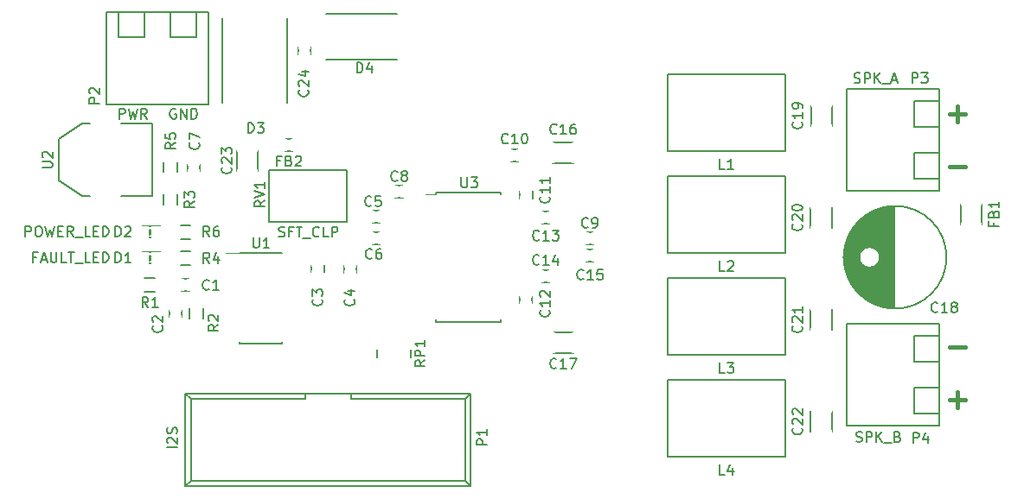
<source format=gto>
G04 #@! TF.FileFunction,Legend,Top*
%FSLAX46Y46*%
G04 Gerber Fmt 4.6, Leading zero omitted, Abs format (unit mm)*
G04 Created by KiCad (PCBNEW 4.0.2-stable) date 19.06.2016 23:35:54*
%MOMM*%
G01*
G04 APERTURE LIST*
%ADD10C,0.100000*%
%ADD11C,0.200000*%
%ADD12C,0.400000*%
%ADD13C,0.150000*%
%ADD14R,2.432000X4.057600*%
%ADD15R,2.432000X1.416000*%
%ADD16C,1.800000*%
%ADD17R,1.200000X1.150000*%
%ADD18R,1.700000X1.700000*%
%ADD19C,1.700000*%
%ADD20R,2.127200X2.127200*%
%ADD21O,2.127200X2.127200*%
%ADD22R,1.400000X2.000000*%
%ADD23R,1.300000X0.900000*%
%ADD24R,1.900000X1.000000*%
%ADD25R,1.150000X1.200000*%
%ADD26R,2.000000X1.400000*%
%ADD27R,1.197560X1.197560*%
%ADD28R,0.900000X1.300000*%
%ADD29C,2.800000*%
%ADD30C,1.600000*%
%ADD31R,0.800000X1.300000*%
%ADD32R,3.600000X3.000000*%
%ADD33C,6.800000*%
%ADD34R,1.400000X0.685000*%
%ADD35R,4.000000X6.800000*%
%ADD36R,5.260000X3.760000*%
%ADD37R,1.800000X1.790000*%
G04 APERTURE END LIST*
D10*
D11*
X116078096Y-60460000D02*
X115982858Y-60412381D01*
X115840001Y-60412381D01*
X115697143Y-60460000D01*
X115601905Y-60555238D01*
X115554286Y-60650476D01*
X115506667Y-60840952D01*
X115506667Y-60983810D01*
X115554286Y-61174286D01*
X115601905Y-61269524D01*
X115697143Y-61364762D01*
X115840001Y-61412381D01*
X115935239Y-61412381D01*
X116078096Y-61364762D01*
X116125715Y-61317143D01*
X116125715Y-60983810D01*
X115935239Y-60983810D01*
X116554286Y-61412381D02*
X116554286Y-60412381D01*
X117125715Y-61412381D01*
X117125715Y-60412381D01*
X117601905Y-61412381D02*
X117601905Y-60412381D01*
X117840000Y-60412381D01*
X117982858Y-60460000D01*
X118078096Y-60555238D01*
X118125715Y-60650476D01*
X118173334Y-60840952D01*
X118173334Y-60983810D01*
X118125715Y-61174286D01*
X118078096Y-61269524D01*
X117982858Y-61364762D01*
X117840000Y-61412381D01*
X117601905Y-61412381D01*
X116212881Y-93662381D02*
X115212881Y-93662381D01*
X115308119Y-93233810D02*
X115260500Y-93186191D01*
X115212881Y-93090953D01*
X115212881Y-92852857D01*
X115260500Y-92757619D01*
X115308119Y-92710000D01*
X115403357Y-92662381D01*
X115498595Y-92662381D01*
X115641452Y-92710000D01*
X116212881Y-93281429D01*
X116212881Y-92662381D01*
X116165262Y-92281429D02*
X116212881Y-92138572D01*
X116212881Y-91900476D01*
X116165262Y-91805238D01*
X116117643Y-91757619D01*
X116022405Y-91710000D01*
X115927167Y-91710000D01*
X115831929Y-91757619D01*
X115784310Y-91805238D01*
X115736690Y-91900476D01*
X115689071Y-92090953D01*
X115641452Y-92186191D01*
X115593833Y-92233810D01*
X115498595Y-92281429D01*
X115403357Y-92281429D01*
X115308119Y-92233810D01*
X115260500Y-92186191D01*
X115212881Y-92090953D01*
X115212881Y-91852857D01*
X115260500Y-91710000D01*
X126169047Y-72954762D02*
X126311904Y-73002381D01*
X126550000Y-73002381D01*
X126645238Y-72954762D01*
X126692857Y-72907143D01*
X126740476Y-72811905D01*
X126740476Y-72716667D01*
X126692857Y-72621429D01*
X126645238Y-72573810D01*
X126550000Y-72526190D01*
X126359523Y-72478571D01*
X126264285Y-72430952D01*
X126216666Y-72383333D01*
X126169047Y-72288095D01*
X126169047Y-72192857D01*
X126216666Y-72097619D01*
X126264285Y-72050000D01*
X126359523Y-72002381D01*
X126597619Y-72002381D01*
X126740476Y-72050000D01*
X127502381Y-72478571D02*
X127169047Y-72478571D01*
X127169047Y-73002381D02*
X127169047Y-72002381D01*
X127645238Y-72002381D01*
X127883333Y-72002381D02*
X128454762Y-72002381D01*
X128169047Y-73002381D02*
X128169047Y-72002381D01*
X128550000Y-73097619D02*
X129311905Y-73097619D01*
X130121429Y-72907143D02*
X130073810Y-72954762D01*
X129930953Y-73002381D01*
X129835715Y-73002381D01*
X129692857Y-72954762D01*
X129597619Y-72859524D01*
X129550000Y-72764286D01*
X129502381Y-72573810D01*
X129502381Y-72430952D01*
X129550000Y-72240476D01*
X129597619Y-72145238D01*
X129692857Y-72050000D01*
X129835715Y-72002381D01*
X129930953Y-72002381D01*
X130073810Y-72050000D01*
X130121429Y-72097619D01*
X131026191Y-73002381D02*
X130550000Y-73002381D01*
X130550000Y-72002381D01*
X131359524Y-73002381D02*
X131359524Y-72002381D01*
X131740477Y-72002381D01*
X131835715Y-72050000D01*
X131883334Y-72097619D01*
X131930953Y-72192857D01*
X131930953Y-72335714D01*
X131883334Y-72430952D01*
X131835715Y-72478571D01*
X131740477Y-72526190D01*
X131359524Y-72526190D01*
X182681833Y-93051262D02*
X182824690Y-93098881D01*
X183062786Y-93098881D01*
X183158024Y-93051262D01*
X183205643Y-93003643D01*
X183253262Y-92908405D01*
X183253262Y-92813167D01*
X183205643Y-92717929D01*
X183158024Y-92670310D01*
X183062786Y-92622690D01*
X182872309Y-92575071D01*
X182777071Y-92527452D01*
X182729452Y-92479833D01*
X182681833Y-92384595D01*
X182681833Y-92289357D01*
X182729452Y-92194119D01*
X182777071Y-92146500D01*
X182872309Y-92098881D01*
X183110405Y-92098881D01*
X183253262Y-92146500D01*
X183681833Y-93098881D02*
X183681833Y-92098881D01*
X184062786Y-92098881D01*
X184158024Y-92146500D01*
X184205643Y-92194119D01*
X184253262Y-92289357D01*
X184253262Y-92432214D01*
X184205643Y-92527452D01*
X184158024Y-92575071D01*
X184062786Y-92622690D01*
X183681833Y-92622690D01*
X184681833Y-93098881D02*
X184681833Y-92098881D01*
X185253262Y-93098881D02*
X184824690Y-92527452D01*
X185253262Y-92098881D02*
X184681833Y-92670310D01*
X185443738Y-93194119D02*
X186205643Y-93194119D01*
X186777072Y-92575071D02*
X186919929Y-92622690D01*
X186967548Y-92670310D01*
X187015167Y-92765548D01*
X187015167Y-92908405D01*
X186967548Y-93003643D01*
X186919929Y-93051262D01*
X186824691Y-93098881D01*
X186443738Y-93098881D01*
X186443738Y-92098881D01*
X186777072Y-92098881D01*
X186872310Y-92146500D01*
X186919929Y-92194119D01*
X186967548Y-92289357D01*
X186967548Y-92384595D01*
X186919929Y-92479833D01*
X186872310Y-92527452D01*
X186777072Y-92575071D01*
X186443738Y-92575071D01*
D12*
X191833595Y-66119357D02*
X193357405Y-66119357D01*
X191833595Y-83835857D02*
X193357405Y-83835857D01*
X191833595Y-88979357D02*
X193357405Y-88979357D01*
X192595500Y-89741262D02*
X192595500Y-88217452D01*
X191833595Y-60912357D02*
X193357405Y-60912357D01*
X192595500Y-61674262D02*
X192595500Y-60150452D01*
D11*
X182499262Y-57872262D02*
X182642119Y-57919881D01*
X182880215Y-57919881D01*
X182975453Y-57872262D01*
X183023072Y-57824643D01*
X183070691Y-57729405D01*
X183070691Y-57634167D01*
X183023072Y-57538929D01*
X182975453Y-57491310D01*
X182880215Y-57443690D01*
X182689738Y-57396071D01*
X182594500Y-57348452D01*
X182546881Y-57300833D01*
X182499262Y-57205595D01*
X182499262Y-57110357D01*
X182546881Y-57015119D01*
X182594500Y-56967500D01*
X182689738Y-56919881D01*
X182927834Y-56919881D01*
X183070691Y-56967500D01*
X183499262Y-57919881D02*
X183499262Y-56919881D01*
X183880215Y-56919881D01*
X183975453Y-56967500D01*
X184023072Y-57015119D01*
X184070691Y-57110357D01*
X184070691Y-57253214D01*
X184023072Y-57348452D01*
X183975453Y-57396071D01*
X183880215Y-57443690D01*
X183499262Y-57443690D01*
X184499262Y-57919881D02*
X184499262Y-56919881D01*
X185070691Y-57919881D02*
X184642119Y-57348452D01*
X185070691Y-56919881D02*
X184499262Y-57491310D01*
X185261167Y-58015119D02*
X186023072Y-58015119D01*
X186213548Y-57634167D02*
X186689739Y-57634167D01*
X186118310Y-57919881D02*
X186451643Y-56919881D01*
X186784977Y-57919881D01*
X110553667Y-61412381D02*
X110553667Y-60412381D01*
X110934620Y-60412381D01*
X111029858Y-60460000D01*
X111077477Y-60507619D01*
X111125096Y-60602857D01*
X111125096Y-60745714D01*
X111077477Y-60840952D01*
X111029858Y-60888571D01*
X110934620Y-60936190D01*
X110553667Y-60936190D01*
X111458429Y-60412381D02*
X111696524Y-61412381D01*
X111887001Y-60698095D01*
X112077477Y-61412381D01*
X112315572Y-60412381D01*
X113267953Y-61412381D02*
X112934619Y-60936190D01*
X112696524Y-61412381D02*
X112696524Y-60412381D01*
X113077477Y-60412381D01*
X113172715Y-60460000D01*
X113220334Y-60507619D01*
X113267953Y-60602857D01*
X113267953Y-60745714D01*
X113220334Y-60840952D01*
X113172715Y-60888571D01*
X113077477Y-60936190D01*
X112696524Y-60936190D01*
X101362381Y-72969381D02*
X101362381Y-71969381D01*
X101743334Y-71969381D01*
X101838572Y-72017000D01*
X101886191Y-72064619D01*
X101933810Y-72159857D01*
X101933810Y-72302714D01*
X101886191Y-72397952D01*
X101838572Y-72445571D01*
X101743334Y-72493190D01*
X101362381Y-72493190D01*
X102552857Y-71969381D02*
X102743334Y-71969381D01*
X102838572Y-72017000D01*
X102933810Y-72112238D01*
X102981429Y-72302714D01*
X102981429Y-72636048D01*
X102933810Y-72826524D01*
X102838572Y-72921762D01*
X102743334Y-72969381D01*
X102552857Y-72969381D01*
X102457619Y-72921762D01*
X102362381Y-72826524D01*
X102314762Y-72636048D01*
X102314762Y-72302714D01*
X102362381Y-72112238D01*
X102457619Y-72017000D01*
X102552857Y-71969381D01*
X103314762Y-71969381D02*
X103552857Y-72969381D01*
X103743334Y-72255095D01*
X103933810Y-72969381D01*
X104171905Y-71969381D01*
X104552857Y-72445571D02*
X104886191Y-72445571D01*
X105029048Y-72969381D02*
X104552857Y-72969381D01*
X104552857Y-71969381D01*
X105029048Y-71969381D01*
X106029048Y-72969381D02*
X105695714Y-72493190D01*
X105457619Y-72969381D02*
X105457619Y-71969381D01*
X105838572Y-71969381D01*
X105933810Y-72017000D01*
X105981429Y-72064619D01*
X106029048Y-72159857D01*
X106029048Y-72302714D01*
X105981429Y-72397952D01*
X105933810Y-72445571D01*
X105838572Y-72493190D01*
X105457619Y-72493190D01*
X106219524Y-73064619D02*
X106981429Y-73064619D01*
X107695715Y-72969381D02*
X107219524Y-72969381D01*
X107219524Y-71969381D01*
X108029048Y-72445571D02*
X108362382Y-72445571D01*
X108505239Y-72969381D02*
X108029048Y-72969381D01*
X108029048Y-71969381D01*
X108505239Y-71969381D01*
X108933810Y-72969381D02*
X108933810Y-71969381D01*
X109171905Y-71969381D01*
X109314763Y-72017000D01*
X109410001Y-72112238D01*
X109457620Y-72207476D01*
X109505239Y-72397952D01*
X109505239Y-72540810D01*
X109457620Y-72731286D01*
X109410001Y-72826524D01*
X109314763Y-72921762D01*
X109171905Y-72969381D01*
X108933810Y-72969381D01*
X102457667Y-74985571D02*
X102124333Y-74985571D01*
X102124333Y-75509381D02*
X102124333Y-74509381D01*
X102600524Y-74509381D01*
X102933857Y-75223667D02*
X103410048Y-75223667D01*
X102838619Y-75509381D02*
X103171952Y-74509381D01*
X103505286Y-75509381D01*
X103838619Y-74509381D02*
X103838619Y-75318905D01*
X103886238Y-75414143D01*
X103933857Y-75461762D01*
X104029095Y-75509381D01*
X104219572Y-75509381D01*
X104314810Y-75461762D01*
X104362429Y-75414143D01*
X104410048Y-75318905D01*
X104410048Y-74509381D01*
X105362429Y-75509381D02*
X104886238Y-75509381D01*
X104886238Y-74509381D01*
X105552905Y-74509381D02*
X106124334Y-74509381D01*
X105838619Y-75509381D02*
X105838619Y-74509381D01*
X106219572Y-75604619D02*
X106981477Y-75604619D01*
X107695763Y-75509381D02*
X107219572Y-75509381D01*
X107219572Y-74509381D01*
X108029096Y-74985571D02*
X108362430Y-74985571D01*
X108505287Y-75509381D02*
X108029096Y-75509381D01*
X108029096Y-74509381D01*
X108505287Y-74509381D01*
X108933858Y-75509381D02*
X108933858Y-74509381D01*
X109171953Y-74509381D01*
X109314811Y-74557000D01*
X109410049Y-74652238D01*
X109457668Y-74747476D01*
X109505287Y-74937952D01*
X109505287Y-75080810D01*
X109457668Y-75271286D01*
X109410049Y-75366524D01*
X109314811Y-75461762D01*
X109171953Y-75509381D01*
X108933858Y-75509381D01*
D13*
X110744000Y-68961000D02*
X113792000Y-68961000D01*
X113792000Y-68961000D02*
X113792000Y-61849000D01*
X113792000Y-61849000D02*
X110744000Y-61849000D01*
X107696000Y-68961000D02*
X106934000Y-68961000D01*
X106934000Y-68961000D02*
X104648000Y-67437000D01*
X104648000Y-67437000D02*
X104648000Y-63373000D01*
X104648000Y-63373000D02*
X106934000Y-61849000D01*
X106934000Y-61849000D02*
X107696000Y-61849000D01*
X164250000Y-87050000D02*
X164250000Y-94550000D01*
X175750000Y-87050000D02*
X175750000Y-94550000D01*
X164250000Y-87050000D02*
X175750000Y-87050000D01*
X164250000Y-94550000D02*
X175750000Y-94550000D01*
X148913800Y-64398600D02*
X149613800Y-64398600D01*
X149613800Y-65598600D02*
X148913800Y-65598600D01*
X186425000Y-79999000D02*
X186425000Y-70001000D01*
X186285000Y-79995000D02*
X186285000Y-70005000D01*
X186145000Y-79987000D02*
X186145000Y-70013000D01*
X186005000Y-79975000D02*
X186005000Y-70025000D01*
X185865000Y-79960000D02*
X185865000Y-70040000D01*
X185725000Y-79940000D02*
X185725000Y-70060000D01*
X185585000Y-79916000D02*
X185585000Y-70084000D01*
X185445000Y-79887000D02*
X185445000Y-70113000D01*
X185305000Y-79855000D02*
X185305000Y-70145000D01*
X185165000Y-79818000D02*
X185165000Y-70182000D01*
X185025000Y-79777000D02*
X185025000Y-70223000D01*
X184885000Y-79732000D02*
X184885000Y-75466000D01*
X184885000Y-74534000D02*
X184885000Y-70268000D01*
X184745000Y-79682000D02*
X184745000Y-75667000D01*
X184745000Y-74333000D02*
X184745000Y-70318000D01*
X184605000Y-79627000D02*
X184605000Y-75796000D01*
X184605000Y-74204000D02*
X184605000Y-70373000D01*
X184465000Y-79567000D02*
X184465000Y-75885000D01*
X184465000Y-74115000D02*
X184465000Y-70433000D01*
X184325000Y-79502000D02*
X184325000Y-75946000D01*
X184325000Y-74054000D02*
X184325000Y-70498000D01*
X184185000Y-79432000D02*
X184185000Y-75983000D01*
X184185000Y-74017000D02*
X184185000Y-70568000D01*
X184045000Y-79356000D02*
X184045000Y-75999000D01*
X184045000Y-74001000D02*
X184045000Y-70644000D01*
X183905000Y-79274000D02*
X183905000Y-75995000D01*
X183905000Y-74005000D02*
X183905000Y-70726000D01*
X183765000Y-79186000D02*
X183765000Y-75972000D01*
X183765000Y-74028000D02*
X183765000Y-70814000D01*
X183625000Y-79091000D02*
X183625000Y-75927000D01*
X183625000Y-74073000D02*
X183625000Y-70909000D01*
X183485000Y-78989000D02*
X183485000Y-75857000D01*
X183485000Y-74143000D02*
X183485000Y-71011000D01*
X183345000Y-78879000D02*
X183345000Y-75756000D01*
X183345000Y-74244000D02*
X183345000Y-71121000D01*
X183205000Y-78761000D02*
X183205000Y-75607000D01*
X183205000Y-74393000D02*
X183205000Y-71239000D01*
X183065000Y-78633000D02*
X183065000Y-75355000D01*
X183065000Y-74645000D02*
X183065000Y-71367000D01*
X182925000Y-78496000D02*
X182925000Y-71504000D01*
X182785000Y-78346000D02*
X182785000Y-71654000D01*
X182645000Y-78184000D02*
X182645000Y-71816000D01*
X182505000Y-78007000D02*
X182505000Y-71993000D01*
X182365000Y-77811000D02*
X182365000Y-72189000D01*
X182225000Y-77593000D02*
X182225000Y-72407000D01*
X182085000Y-77347000D02*
X182085000Y-72653000D01*
X181945000Y-77062000D02*
X181945000Y-72938000D01*
X181805000Y-76720000D02*
X181805000Y-73280000D01*
X181665000Y-76274000D02*
X181665000Y-73726000D01*
X181525000Y-75499000D02*
X181525000Y-74501000D01*
X185000000Y-75000000D02*
G75*
G03X185000000Y-75000000I-1000000J0D01*
G01*
X191537500Y-75000000D02*
G75*
G03X191537500Y-75000000I-5037500J0D01*
G01*
X144954000Y-97463200D02*
X117014000Y-97463200D01*
X144414000Y-96913200D02*
X117574000Y-96913200D01*
X144954000Y-88363200D02*
X117014000Y-88363200D01*
X144414000Y-88913200D02*
X133234000Y-88913200D01*
X128734000Y-88913200D02*
X117574000Y-88913200D01*
X133234000Y-88913200D02*
X133234000Y-88363200D01*
X128734000Y-88913200D02*
X128734000Y-88363200D01*
X144954000Y-97463200D02*
X144954000Y-88363200D01*
X144414000Y-96913200D02*
X144414000Y-88913200D01*
X117014000Y-97463200D02*
X117014000Y-88363200D01*
X117574000Y-96913200D02*
X117574000Y-88913200D01*
X144954000Y-97463200D02*
X144414000Y-96913200D01*
X117014000Y-97463200D02*
X117574000Y-96913200D01*
X144954000Y-88363200D02*
X144414000Y-88913200D01*
X117014000Y-88363200D02*
X117574000Y-88913200D01*
X155006560Y-63745000D02*
X153006560Y-63745000D01*
X153006560Y-65795000D02*
X155006560Y-65795000D01*
X117435000Y-81018000D02*
X117435000Y-80018000D01*
X118785000Y-80018000D02*
X118785000Y-81018000D01*
X122348200Y-74544000D02*
X122348200Y-74659000D01*
X126498200Y-74544000D02*
X126498200Y-74659000D01*
X126498200Y-83444000D02*
X126498200Y-83329000D01*
X122348200Y-83444000D02*
X122348200Y-83329000D01*
X122348200Y-74544000D02*
X126498200Y-74544000D01*
X122348200Y-83444000D02*
X126498200Y-83444000D01*
X122348200Y-74659000D02*
X120973200Y-74659000D01*
X116692738Y-77124000D02*
X117392738Y-77124000D01*
X117392738Y-78324000D02*
X116692738Y-78324000D01*
X115478000Y-80868000D02*
X115478000Y-80168000D01*
X116678000Y-80168000D02*
X116678000Y-80868000D01*
X133759500Y-75786500D02*
X133759500Y-76486500D01*
X132559500Y-76486500D02*
X132559500Y-75786500D01*
X135333000Y-70393000D02*
X136033000Y-70393000D01*
X136033000Y-71593000D02*
X135333000Y-71593000D01*
X135333000Y-72552000D02*
X136033000Y-72552000D01*
X136033000Y-73752000D02*
X135333000Y-73752000D01*
X137598680Y-67959680D02*
X138298680Y-67959680D01*
X138298680Y-69159680D02*
X137598680Y-69159680D01*
X156997460Y-73749460D02*
X156297460Y-73749460D01*
X156297460Y-72549460D02*
X156997460Y-72549460D01*
X149789600Y-69205020D02*
X149789600Y-68505020D01*
X150989600Y-68505020D02*
X150989600Y-69205020D01*
X150961660Y-78792020D02*
X150961660Y-79492020D01*
X149761660Y-79492020D02*
X149761660Y-78792020D01*
X152645300Y-71717460D02*
X151945300Y-71717460D01*
X151945300Y-70517460D02*
X152645300Y-70517460D01*
X152642760Y-77468020D02*
X151942760Y-77468020D01*
X151942760Y-76268020D02*
X152642760Y-76268020D01*
X156990540Y-75448720D02*
X156290540Y-75448720D01*
X156290540Y-74248720D02*
X156990540Y-74248720D01*
X155030560Y-82342880D02*
X153030560Y-82342880D01*
X153030560Y-84392880D02*
X155030560Y-84392880D01*
X178262180Y-60100000D02*
X178262180Y-62100000D01*
X180312180Y-62100000D02*
X180312180Y-60100000D01*
X178239320Y-70100000D02*
X178239320Y-72100000D01*
X180289320Y-72100000D02*
X180289320Y-70100000D01*
X178239320Y-80100000D02*
X178239320Y-82100000D01*
X180289320Y-82100000D02*
X180289320Y-80100000D01*
X178246940Y-90100000D02*
X178246940Y-92100000D01*
X180296940Y-92100000D02*
X180296940Y-90100000D01*
X114653000Y-74507000D02*
X112753000Y-74507000D01*
X114653000Y-75607000D02*
X112753000Y-75607000D01*
X113753000Y-75057000D02*
X113303000Y-75057000D01*
X113803000Y-75307000D02*
X113803000Y-74807000D01*
X113803000Y-75057000D02*
X113553000Y-75307000D01*
X113553000Y-75307000D02*
X113553000Y-74807000D01*
X113553000Y-74807000D02*
X113803000Y-75057000D01*
X114653000Y-71961250D02*
X112753000Y-71961250D01*
X114653000Y-73061250D02*
X112753000Y-73061250D01*
X113753000Y-72511250D02*
X113303000Y-72511250D01*
X113803000Y-72761250D02*
X113803000Y-72261250D01*
X113803000Y-72511250D02*
X113553000Y-72761250D01*
X113553000Y-72761250D02*
X113553000Y-72261250D01*
X113553000Y-72261250D02*
X113803000Y-72511250D01*
X114053000Y-78399000D02*
X113053000Y-78399000D01*
X113053000Y-77049000D02*
X114053000Y-77049000D01*
X117542738Y-75726250D02*
X116542738Y-75726250D01*
X116542738Y-74376250D02*
X117542738Y-74376250D01*
X116245000Y-65655000D02*
X116245000Y-66655000D01*
X114895000Y-66655000D02*
X114895000Y-65655000D01*
X117542738Y-73186250D02*
X116542738Y-73186250D01*
X116542738Y-71836250D02*
X117542738Y-71836250D01*
X114895000Y-69842000D02*
X114895000Y-68842000D01*
X116245000Y-68842000D02*
X116245000Y-69842000D01*
X130584500Y-75777040D02*
X130584500Y-76477040D01*
X129384500Y-76477040D02*
X129384500Y-75777040D01*
X164250000Y-57050000D02*
X164250000Y-64550000D01*
X175750000Y-57050000D02*
X175750000Y-64550000D01*
X164250000Y-57050000D02*
X175750000Y-57050000D01*
X164250000Y-64550000D02*
X175750000Y-64550000D01*
X164250000Y-67050000D02*
X164250000Y-74550000D01*
X175750000Y-67050000D02*
X175750000Y-74550000D01*
X164250000Y-67050000D02*
X175750000Y-67050000D01*
X164250000Y-74550000D02*
X175750000Y-74550000D01*
X164250000Y-77050000D02*
X164250000Y-84550000D01*
X175750000Y-77050000D02*
X175750000Y-84550000D01*
X164250000Y-77050000D02*
X175750000Y-77050000D01*
X164250000Y-84550000D02*
X175750000Y-84550000D01*
X118110000Y-53433980D02*
X118110000Y-50973980D01*
X115570000Y-53433980D02*
X118110000Y-53433980D01*
X115570000Y-50973980D02*
X115570000Y-53433980D01*
X113030000Y-53433980D02*
X113030000Y-50973980D01*
X110490000Y-53433980D02*
X113030000Y-53433980D01*
X110490000Y-50973980D02*
X110490000Y-53433980D01*
X109300000Y-50973980D02*
X109300000Y-59973980D01*
X119300000Y-50973980D02*
X119300000Y-59973980D01*
X109300000Y-59973980D02*
X119300000Y-59973980D01*
X109300000Y-50973980D02*
X119300000Y-50973980D01*
X188341000Y-67310000D02*
X190801000Y-67310000D01*
X188341000Y-64770000D02*
X188341000Y-67310000D01*
X190801000Y-64770000D02*
X188341000Y-64770000D01*
X188341000Y-62230000D02*
X190801000Y-62230000D01*
X188341000Y-59690000D02*
X188341000Y-62230000D01*
X190801000Y-59690000D02*
X188341000Y-59690000D01*
X190801000Y-58500000D02*
X181801000Y-58500000D01*
X190801000Y-68500000D02*
X181801000Y-68500000D01*
X181801000Y-58500000D02*
X181801000Y-68500000D01*
X190801000Y-58500000D02*
X190801000Y-68500000D01*
X188341000Y-90297000D02*
X190801000Y-90297000D01*
X188341000Y-87757000D02*
X188341000Y-90297000D01*
X190801000Y-87757000D02*
X188341000Y-87757000D01*
X188341000Y-85217000D02*
X190801000Y-85217000D01*
X188341000Y-82677000D02*
X188341000Y-85217000D01*
X190801000Y-82677000D02*
X188341000Y-82677000D01*
X190801000Y-81487000D02*
X181801000Y-81487000D01*
X190801000Y-91487000D02*
X181801000Y-91487000D01*
X181801000Y-81487000D02*
X181801000Y-91487000D01*
X190801000Y-81487000D02*
X190801000Y-91487000D01*
X118456000Y-65817000D02*
X118456000Y-66517000D01*
X117256000Y-66517000D02*
X117256000Y-65817000D01*
X124088000Y-66508000D02*
X124088000Y-64508000D01*
X122038000Y-64508000D02*
X122038000Y-66508000D01*
X125222000Y-66421000D02*
X132842000Y-66421000D01*
X125222000Y-71501000D02*
X125222000Y-66421000D01*
X132842000Y-71501000D02*
X125222000Y-71501000D01*
X132842000Y-66421000D02*
X132842000Y-71501000D01*
X135801700Y-84842300D02*
X135801700Y-84042300D01*
X139051700Y-84842300D02*
X139051700Y-84042300D01*
X194954000Y-71763000D02*
X194954000Y-69763000D01*
X192904000Y-69763000D02*
X192904000Y-71763000D01*
X127477000Y-64608000D02*
X126777000Y-64608000D01*
X126777000Y-63408000D02*
X127477000Y-63408000D01*
X129251000Y-54375000D02*
X129251000Y-55075000D01*
X128051000Y-55075000D02*
X128051000Y-54375000D01*
X120625000Y-59805000D02*
X120625000Y-51505000D01*
X127025000Y-51505000D02*
X127025000Y-59805000D01*
X141585000Y-68625000D02*
X141585000Y-68882500D01*
X147935000Y-68625000D02*
X147935000Y-68882500D01*
X147935000Y-81375000D02*
X147935000Y-81117500D01*
X141585000Y-81375000D02*
X141585000Y-81117500D01*
X141585000Y-68625000D02*
X147935000Y-68625000D01*
X141585000Y-81375000D02*
X147935000Y-81375000D01*
X141585000Y-68882500D02*
X140510000Y-68882500D01*
X130755000Y-55590000D02*
X137755000Y-55590000D01*
X130755000Y-51090000D02*
X137755000Y-51090000D01*
X103002381Y-66211905D02*
X103811905Y-66211905D01*
X103907143Y-66164286D01*
X103954762Y-66116667D01*
X104002381Y-66021429D01*
X104002381Y-65830952D01*
X103954762Y-65735714D01*
X103907143Y-65688095D01*
X103811905Y-65640476D01*
X103002381Y-65640476D01*
X103097619Y-65211905D02*
X103050000Y-65164286D01*
X103002381Y-65069048D01*
X103002381Y-64830952D01*
X103050000Y-64735714D01*
X103097619Y-64688095D01*
X103192857Y-64640476D01*
X103288095Y-64640476D01*
X103430952Y-64688095D01*
X104002381Y-65259524D01*
X104002381Y-64640476D01*
X169833334Y-96332381D02*
X169357143Y-96332381D01*
X169357143Y-95332381D01*
X170595239Y-95665714D02*
X170595239Y-96332381D01*
X170357143Y-95284762D02*
X170119048Y-95999048D01*
X170738096Y-95999048D01*
X148607143Y-63757143D02*
X148559524Y-63804762D01*
X148416667Y-63852381D01*
X148321429Y-63852381D01*
X148178571Y-63804762D01*
X148083333Y-63709524D01*
X148035714Y-63614286D01*
X147988095Y-63423810D01*
X147988095Y-63280952D01*
X148035714Y-63090476D01*
X148083333Y-62995238D01*
X148178571Y-62900000D01*
X148321429Y-62852381D01*
X148416667Y-62852381D01*
X148559524Y-62900000D01*
X148607143Y-62947619D01*
X149559524Y-63852381D02*
X148988095Y-63852381D01*
X149273809Y-63852381D02*
X149273809Y-62852381D01*
X149178571Y-62995238D01*
X149083333Y-63090476D01*
X148988095Y-63138095D01*
X150178571Y-62852381D02*
X150273810Y-62852381D01*
X150369048Y-62900000D01*
X150416667Y-62947619D01*
X150464286Y-63042857D01*
X150511905Y-63233333D01*
X150511905Y-63471429D01*
X150464286Y-63661905D01*
X150416667Y-63757143D01*
X150369048Y-63804762D01*
X150273810Y-63852381D01*
X150178571Y-63852381D01*
X150083333Y-63804762D01*
X150035714Y-63757143D01*
X149988095Y-63661905D01*
X149940476Y-63471429D01*
X149940476Y-63233333D01*
X149988095Y-63042857D01*
X150035714Y-62947619D01*
X150083333Y-62900000D01*
X150178571Y-62852381D01*
X190657143Y-80307143D02*
X190609524Y-80354762D01*
X190466667Y-80402381D01*
X190371429Y-80402381D01*
X190228571Y-80354762D01*
X190133333Y-80259524D01*
X190085714Y-80164286D01*
X190038095Y-79973810D01*
X190038095Y-79830952D01*
X190085714Y-79640476D01*
X190133333Y-79545238D01*
X190228571Y-79450000D01*
X190371429Y-79402381D01*
X190466667Y-79402381D01*
X190609524Y-79450000D01*
X190657143Y-79497619D01*
X191609524Y-80402381D02*
X191038095Y-80402381D01*
X191323809Y-80402381D02*
X191323809Y-79402381D01*
X191228571Y-79545238D01*
X191133333Y-79640476D01*
X191038095Y-79688095D01*
X192180952Y-79830952D02*
X192085714Y-79783333D01*
X192038095Y-79735714D01*
X191990476Y-79640476D01*
X191990476Y-79592857D01*
X192038095Y-79497619D01*
X192085714Y-79450000D01*
X192180952Y-79402381D01*
X192371429Y-79402381D01*
X192466667Y-79450000D01*
X192514286Y-79497619D01*
X192561905Y-79592857D01*
X192561905Y-79640476D01*
X192514286Y-79735714D01*
X192466667Y-79783333D01*
X192371429Y-79830952D01*
X192180952Y-79830952D01*
X192085714Y-79878571D01*
X192038095Y-79926190D01*
X191990476Y-80021429D01*
X191990476Y-80211905D01*
X192038095Y-80307143D01*
X192085714Y-80354762D01*
X192180952Y-80402381D01*
X192371429Y-80402381D01*
X192466667Y-80354762D01*
X192514286Y-80307143D01*
X192561905Y-80211905D01*
X192561905Y-80021429D01*
X192514286Y-79926190D01*
X192466667Y-79878571D01*
X192371429Y-79830952D01*
X146552381Y-93388095D02*
X145552381Y-93388095D01*
X145552381Y-93007142D01*
X145600000Y-92911904D01*
X145647619Y-92864285D01*
X145742857Y-92816666D01*
X145885714Y-92816666D01*
X145980952Y-92864285D01*
X146028571Y-92911904D01*
X146076190Y-93007142D01*
X146076190Y-93388095D01*
X146552381Y-91864285D02*
X146552381Y-92435714D01*
X146552381Y-92150000D02*
X145552381Y-92150000D01*
X145695238Y-92245238D01*
X145790476Y-92340476D01*
X145838095Y-92435714D01*
X153363703Y-62827143D02*
X153316084Y-62874762D01*
X153173227Y-62922381D01*
X153077989Y-62922381D01*
X152935131Y-62874762D01*
X152839893Y-62779524D01*
X152792274Y-62684286D01*
X152744655Y-62493810D01*
X152744655Y-62350952D01*
X152792274Y-62160476D01*
X152839893Y-62065238D01*
X152935131Y-61970000D01*
X153077989Y-61922381D01*
X153173227Y-61922381D01*
X153316084Y-61970000D01*
X153363703Y-62017619D01*
X154316084Y-62922381D02*
X153744655Y-62922381D01*
X154030369Y-62922381D02*
X154030369Y-61922381D01*
X153935131Y-62065238D01*
X153839893Y-62160476D01*
X153744655Y-62208095D01*
X155173227Y-61922381D02*
X154982750Y-61922381D01*
X154887512Y-61970000D01*
X154839893Y-62017619D01*
X154744655Y-62160476D01*
X154697036Y-62350952D01*
X154697036Y-62731905D01*
X154744655Y-62827143D01*
X154792274Y-62874762D01*
X154887512Y-62922381D01*
X155077989Y-62922381D01*
X155173227Y-62874762D01*
X155220846Y-62827143D01*
X155268465Y-62731905D01*
X155268465Y-62493810D01*
X155220846Y-62398571D01*
X155173227Y-62350952D01*
X155077989Y-62303333D01*
X154887512Y-62303333D01*
X154792274Y-62350952D01*
X154744655Y-62398571D01*
X154697036Y-62493810D01*
X120252381Y-81616666D02*
X119776190Y-81950000D01*
X120252381Y-82188095D02*
X119252381Y-82188095D01*
X119252381Y-81807142D01*
X119300000Y-81711904D01*
X119347619Y-81664285D01*
X119442857Y-81616666D01*
X119585714Y-81616666D01*
X119680952Y-81664285D01*
X119728571Y-81711904D01*
X119776190Y-81807142D01*
X119776190Y-82188095D01*
X119347619Y-81235714D02*
X119300000Y-81188095D01*
X119252381Y-81092857D01*
X119252381Y-80854761D01*
X119300000Y-80759523D01*
X119347619Y-80711904D01*
X119442857Y-80664285D01*
X119538095Y-80664285D01*
X119680952Y-80711904D01*
X120252381Y-81283333D01*
X120252381Y-80664285D01*
X123661295Y-73071381D02*
X123661295Y-73880905D01*
X123708914Y-73976143D01*
X123756533Y-74023762D01*
X123851771Y-74071381D01*
X124042248Y-74071381D01*
X124137486Y-74023762D01*
X124185105Y-73976143D01*
X124232724Y-73880905D01*
X124232724Y-73071381D01*
X125232724Y-74071381D02*
X124661295Y-74071381D01*
X124947009Y-74071381D02*
X124947009Y-73071381D01*
X124851771Y-73214238D01*
X124756533Y-73309476D01*
X124661295Y-73357095D01*
X119333334Y-78107143D02*
X119285715Y-78154762D01*
X119142858Y-78202381D01*
X119047620Y-78202381D01*
X118904762Y-78154762D01*
X118809524Y-78059524D01*
X118761905Y-77964286D01*
X118714286Y-77773810D01*
X118714286Y-77630952D01*
X118761905Y-77440476D01*
X118809524Y-77345238D01*
X118904762Y-77250000D01*
X119047620Y-77202381D01*
X119142858Y-77202381D01*
X119285715Y-77250000D01*
X119333334Y-77297619D01*
X120285715Y-78202381D02*
X119714286Y-78202381D01*
X120000000Y-78202381D02*
X120000000Y-77202381D01*
X119904762Y-77345238D01*
X119809524Y-77440476D01*
X119714286Y-77488095D01*
X114707143Y-81716666D02*
X114754762Y-81764285D01*
X114802381Y-81907142D01*
X114802381Y-82002380D01*
X114754762Y-82145238D01*
X114659524Y-82240476D01*
X114564286Y-82288095D01*
X114373810Y-82335714D01*
X114230952Y-82335714D01*
X114040476Y-82288095D01*
X113945238Y-82240476D01*
X113850000Y-82145238D01*
X113802381Y-82002380D01*
X113802381Y-81907142D01*
X113850000Y-81764285D01*
X113897619Y-81716666D01*
X113897619Y-81335714D02*
X113850000Y-81288095D01*
X113802381Y-81192857D01*
X113802381Y-80954761D01*
X113850000Y-80859523D01*
X113897619Y-80811904D01*
X113992857Y-80764285D01*
X114088095Y-80764285D01*
X114230952Y-80811904D01*
X114802381Y-81383333D01*
X114802381Y-80764285D01*
X133507143Y-79116666D02*
X133554762Y-79164285D01*
X133602381Y-79307142D01*
X133602381Y-79402380D01*
X133554762Y-79545238D01*
X133459524Y-79640476D01*
X133364286Y-79688095D01*
X133173810Y-79735714D01*
X133030952Y-79735714D01*
X132840476Y-79688095D01*
X132745238Y-79640476D01*
X132650000Y-79545238D01*
X132602381Y-79402380D01*
X132602381Y-79307142D01*
X132650000Y-79164285D01*
X132697619Y-79116666D01*
X132935714Y-78259523D02*
X133602381Y-78259523D01*
X132554762Y-78497619D02*
X133269048Y-78735714D01*
X133269048Y-78116666D01*
X135233334Y-69907143D02*
X135185715Y-69954762D01*
X135042858Y-70002381D01*
X134947620Y-70002381D01*
X134804762Y-69954762D01*
X134709524Y-69859524D01*
X134661905Y-69764286D01*
X134614286Y-69573810D01*
X134614286Y-69430952D01*
X134661905Y-69240476D01*
X134709524Y-69145238D01*
X134804762Y-69050000D01*
X134947620Y-69002381D01*
X135042858Y-69002381D01*
X135185715Y-69050000D01*
X135233334Y-69097619D01*
X136138096Y-69002381D02*
X135661905Y-69002381D01*
X135614286Y-69478571D01*
X135661905Y-69430952D01*
X135757143Y-69383333D01*
X135995239Y-69383333D01*
X136090477Y-69430952D01*
X136138096Y-69478571D01*
X136185715Y-69573810D01*
X136185715Y-69811905D01*
X136138096Y-69907143D01*
X136090477Y-69954762D01*
X135995239Y-70002381D01*
X135757143Y-70002381D01*
X135661905Y-69954762D01*
X135614286Y-69907143D01*
X135283334Y-75057143D02*
X135235715Y-75104762D01*
X135092858Y-75152381D01*
X134997620Y-75152381D01*
X134854762Y-75104762D01*
X134759524Y-75009524D01*
X134711905Y-74914286D01*
X134664286Y-74723810D01*
X134664286Y-74580952D01*
X134711905Y-74390476D01*
X134759524Y-74295238D01*
X134854762Y-74200000D01*
X134997620Y-74152381D01*
X135092858Y-74152381D01*
X135235715Y-74200000D01*
X135283334Y-74247619D01*
X136140477Y-74152381D02*
X135950000Y-74152381D01*
X135854762Y-74200000D01*
X135807143Y-74247619D01*
X135711905Y-74390476D01*
X135664286Y-74580952D01*
X135664286Y-74961905D01*
X135711905Y-75057143D01*
X135759524Y-75104762D01*
X135854762Y-75152381D01*
X136045239Y-75152381D01*
X136140477Y-75104762D01*
X136188096Y-75057143D01*
X136235715Y-74961905D01*
X136235715Y-74723810D01*
X136188096Y-74628571D01*
X136140477Y-74580952D01*
X136045239Y-74533333D01*
X135854762Y-74533333D01*
X135759524Y-74580952D01*
X135711905Y-74628571D01*
X135664286Y-74723810D01*
X137783334Y-67457143D02*
X137735715Y-67504762D01*
X137592858Y-67552381D01*
X137497620Y-67552381D01*
X137354762Y-67504762D01*
X137259524Y-67409524D01*
X137211905Y-67314286D01*
X137164286Y-67123810D01*
X137164286Y-66980952D01*
X137211905Y-66790476D01*
X137259524Y-66695238D01*
X137354762Y-66600000D01*
X137497620Y-66552381D01*
X137592858Y-66552381D01*
X137735715Y-66600000D01*
X137783334Y-66647619D01*
X138354762Y-66980952D02*
X138259524Y-66933333D01*
X138211905Y-66885714D01*
X138164286Y-66790476D01*
X138164286Y-66742857D01*
X138211905Y-66647619D01*
X138259524Y-66600000D01*
X138354762Y-66552381D01*
X138545239Y-66552381D01*
X138640477Y-66600000D01*
X138688096Y-66647619D01*
X138735715Y-66742857D01*
X138735715Y-66790476D01*
X138688096Y-66885714D01*
X138640477Y-66933333D01*
X138545239Y-66980952D01*
X138354762Y-66980952D01*
X138259524Y-67028571D01*
X138211905Y-67076190D01*
X138164286Y-67171429D01*
X138164286Y-67361905D01*
X138211905Y-67457143D01*
X138259524Y-67504762D01*
X138354762Y-67552381D01*
X138545239Y-67552381D01*
X138640477Y-67504762D01*
X138688096Y-67457143D01*
X138735715Y-67361905D01*
X138735715Y-67171429D01*
X138688096Y-67076190D01*
X138640477Y-67028571D01*
X138545239Y-66980952D01*
X156433334Y-72007143D02*
X156385715Y-72054762D01*
X156242858Y-72102381D01*
X156147620Y-72102381D01*
X156004762Y-72054762D01*
X155909524Y-71959524D01*
X155861905Y-71864286D01*
X155814286Y-71673810D01*
X155814286Y-71530952D01*
X155861905Y-71340476D01*
X155909524Y-71245238D01*
X156004762Y-71150000D01*
X156147620Y-71102381D01*
X156242858Y-71102381D01*
X156385715Y-71150000D01*
X156433334Y-71197619D01*
X156909524Y-72102381D02*
X157100000Y-72102381D01*
X157195239Y-72054762D01*
X157242858Y-72007143D01*
X157338096Y-71864286D01*
X157385715Y-71673810D01*
X157385715Y-71292857D01*
X157338096Y-71197619D01*
X157290477Y-71150000D01*
X157195239Y-71102381D01*
X157004762Y-71102381D01*
X156909524Y-71150000D01*
X156861905Y-71197619D01*
X156814286Y-71292857D01*
X156814286Y-71530952D01*
X156861905Y-71626190D01*
X156909524Y-71673810D01*
X157004762Y-71721429D01*
X157195239Y-71721429D01*
X157290477Y-71673810D01*
X157338096Y-71626190D01*
X157385715Y-71530952D01*
X152607143Y-69042857D02*
X152654762Y-69090476D01*
X152702381Y-69233333D01*
X152702381Y-69328571D01*
X152654762Y-69471429D01*
X152559524Y-69566667D01*
X152464286Y-69614286D01*
X152273810Y-69661905D01*
X152130952Y-69661905D01*
X151940476Y-69614286D01*
X151845238Y-69566667D01*
X151750000Y-69471429D01*
X151702381Y-69328571D01*
X151702381Y-69233333D01*
X151750000Y-69090476D01*
X151797619Y-69042857D01*
X152702381Y-68090476D02*
X152702381Y-68661905D01*
X152702381Y-68376191D02*
X151702381Y-68376191D01*
X151845238Y-68471429D01*
X151940476Y-68566667D01*
X151988095Y-68661905D01*
X152702381Y-67138095D02*
X152702381Y-67709524D01*
X152702381Y-67423810D02*
X151702381Y-67423810D01*
X151845238Y-67519048D01*
X151940476Y-67614286D01*
X151988095Y-67709524D01*
X152607143Y-80192857D02*
X152654762Y-80240476D01*
X152702381Y-80383333D01*
X152702381Y-80478571D01*
X152654762Y-80621429D01*
X152559524Y-80716667D01*
X152464286Y-80764286D01*
X152273810Y-80811905D01*
X152130952Y-80811905D01*
X151940476Y-80764286D01*
X151845238Y-80716667D01*
X151750000Y-80621429D01*
X151702381Y-80478571D01*
X151702381Y-80383333D01*
X151750000Y-80240476D01*
X151797619Y-80192857D01*
X152702381Y-79240476D02*
X152702381Y-79811905D01*
X152702381Y-79526191D02*
X151702381Y-79526191D01*
X151845238Y-79621429D01*
X151940476Y-79716667D01*
X151988095Y-79811905D01*
X151797619Y-78859524D02*
X151750000Y-78811905D01*
X151702381Y-78716667D01*
X151702381Y-78478571D01*
X151750000Y-78383333D01*
X151797619Y-78335714D01*
X151892857Y-78288095D01*
X151988095Y-78288095D01*
X152130952Y-78335714D01*
X152702381Y-78907143D01*
X152702381Y-78288095D01*
X151652443Y-73257143D02*
X151604824Y-73304762D01*
X151461967Y-73352381D01*
X151366729Y-73352381D01*
X151223871Y-73304762D01*
X151128633Y-73209524D01*
X151081014Y-73114286D01*
X151033395Y-72923810D01*
X151033395Y-72780952D01*
X151081014Y-72590476D01*
X151128633Y-72495238D01*
X151223871Y-72400000D01*
X151366729Y-72352381D01*
X151461967Y-72352381D01*
X151604824Y-72400000D01*
X151652443Y-72447619D01*
X152604824Y-73352381D02*
X152033395Y-73352381D01*
X152319109Y-73352381D02*
X152319109Y-72352381D01*
X152223871Y-72495238D01*
X152128633Y-72590476D01*
X152033395Y-72638095D01*
X152938157Y-72352381D02*
X153557205Y-72352381D01*
X153223871Y-72733333D01*
X153366729Y-72733333D01*
X153461967Y-72780952D01*
X153509586Y-72828571D01*
X153557205Y-72923810D01*
X153557205Y-73161905D01*
X153509586Y-73257143D01*
X153461967Y-73304762D01*
X153366729Y-73352381D01*
X153081014Y-73352381D01*
X152985776Y-73304762D01*
X152938157Y-73257143D01*
X151649903Y-75657143D02*
X151602284Y-75704762D01*
X151459427Y-75752381D01*
X151364189Y-75752381D01*
X151221331Y-75704762D01*
X151126093Y-75609524D01*
X151078474Y-75514286D01*
X151030855Y-75323810D01*
X151030855Y-75180952D01*
X151078474Y-74990476D01*
X151126093Y-74895238D01*
X151221331Y-74800000D01*
X151364189Y-74752381D01*
X151459427Y-74752381D01*
X151602284Y-74800000D01*
X151649903Y-74847619D01*
X152602284Y-75752381D02*
X152030855Y-75752381D01*
X152316569Y-75752381D02*
X152316569Y-74752381D01*
X152221331Y-74895238D01*
X152126093Y-74990476D01*
X152030855Y-75038095D01*
X153459427Y-75085714D02*
X153459427Y-75752381D01*
X153221331Y-74704762D02*
X152983236Y-75419048D01*
X153602284Y-75419048D01*
X155997683Y-77105863D02*
X155950064Y-77153482D01*
X155807207Y-77201101D01*
X155711969Y-77201101D01*
X155569111Y-77153482D01*
X155473873Y-77058244D01*
X155426254Y-76963006D01*
X155378635Y-76772530D01*
X155378635Y-76629672D01*
X155426254Y-76439196D01*
X155473873Y-76343958D01*
X155569111Y-76248720D01*
X155711969Y-76201101D01*
X155807207Y-76201101D01*
X155950064Y-76248720D01*
X155997683Y-76296339D01*
X156950064Y-77201101D02*
X156378635Y-77201101D01*
X156664349Y-77201101D02*
X156664349Y-76201101D01*
X156569111Y-76343958D01*
X156473873Y-76439196D01*
X156378635Y-76486815D01*
X157854826Y-76201101D02*
X157378635Y-76201101D01*
X157331016Y-76677291D01*
X157378635Y-76629672D01*
X157473873Y-76582053D01*
X157711969Y-76582053D01*
X157807207Y-76629672D01*
X157854826Y-76677291D01*
X157902445Y-76772530D01*
X157902445Y-77010625D01*
X157854826Y-77105863D01*
X157807207Y-77153482D01*
X157711969Y-77201101D01*
X157473873Y-77201101D01*
X157378635Y-77153482D01*
X157331016Y-77105863D01*
X153357143Y-85807143D02*
X153309524Y-85854762D01*
X153166667Y-85902381D01*
X153071429Y-85902381D01*
X152928571Y-85854762D01*
X152833333Y-85759524D01*
X152785714Y-85664286D01*
X152738095Y-85473810D01*
X152738095Y-85330952D01*
X152785714Y-85140476D01*
X152833333Y-85045238D01*
X152928571Y-84950000D01*
X153071429Y-84902381D01*
X153166667Y-84902381D01*
X153309524Y-84950000D01*
X153357143Y-84997619D01*
X154309524Y-85902381D02*
X153738095Y-85902381D01*
X154023809Y-85902381D02*
X154023809Y-84902381D01*
X153928571Y-85045238D01*
X153833333Y-85140476D01*
X153738095Y-85188095D01*
X154642857Y-84902381D02*
X155309524Y-84902381D01*
X154880952Y-85902381D01*
X177344323Y-61742857D02*
X177391942Y-61790476D01*
X177439561Y-61933333D01*
X177439561Y-62028571D01*
X177391942Y-62171429D01*
X177296704Y-62266667D01*
X177201466Y-62314286D01*
X177010990Y-62361905D01*
X176868132Y-62361905D01*
X176677656Y-62314286D01*
X176582418Y-62266667D01*
X176487180Y-62171429D01*
X176439561Y-62028571D01*
X176439561Y-61933333D01*
X176487180Y-61790476D01*
X176534799Y-61742857D01*
X177439561Y-60790476D02*
X177439561Y-61361905D01*
X177439561Y-61076191D02*
X176439561Y-61076191D01*
X176582418Y-61171429D01*
X176677656Y-61266667D01*
X176725275Y-61361905D01*
X177439561Y-60314286D02*
X177439561Y-60123810D01*
X177391942Y-60028571D01*
X177344323Y-59980952D01*
X177201466Y-59885714D01*
X177010990Y-59838095D01*
X176630037Y-59838095D01*
X176534799Y-59885714D01*
X176487180Y-59933333D01*
X176439561Y-60028571D01*
X176439561Y-60219048D01*
X176487180Y-60314286D01*
X176534799Y-60361905D01*
X176630037Y-60409524D01*
X176868132Y-60409524D01*
X176963370Y-60361905D01*
X177010990Y-60314286D01*
X177058609Y-60219048D01*
X177058609Y-60028571D01*
X177010990Y-59933333D01*
X176963370Y-59885714D01*
X176868132Y-59838095D01*
X177321463Y-71742857D02*
X177369082Y-71790476D01*
X177416701Y-71933333D01*
X177416701Y-72028571D01*
X177369082Y-72171429D01*
X177273844Y-72266667D01*
X177178606Y-72314286D01*
X176988130Y-72361905D01*
X176845272Y-72361905D01*
X176654796Y-72314286D01*
X176559558Y-72266667D01*
X176464320Y-72171429D01*
X176416701Y-72028571D01*
X176416701Y-71933333D01*
X176464320Y-71790476D01*
X176511939Y-71742857D01*
X176511939Y-71361905D02*
X176464320Y-71314286D01*
X176416701Y-71219048D01*
X176416701Y-70980952D01*
X176464320Y-70885714D01*
X176511939Y-70838095D01*
X176607177Y-70790476D01*
X176702415Y-70790476D01*
X176845272Y-70838095D01*
X177416701Y-71409524D01*
X177416701Y-70790476D01*
X176416701Y-70171429D02*
X176416701Y-70076190D01*
X176464320Y-69980952D01*
X176511939Y-69933333D01*
X176607177Y-69885714D01*
X176797653Y-69838095D01*
X177035749Y-69838095D01*
X177226225Y-69885714D01*
X177321463Y-69933333D01*
X177369082Y-69980952D01*
X177416701Y-70076190D01*
X177416701Y-70171429D01*
X177369082Y-70266667D01*
X177321463Y-70314286D01*
X177226225Y-70361905D01*
X177035749Y-70409524D01*
X176797653Y-70409524D01*
X176607177Y-70361905D01*
X176511939Y-70314286D01*
X176464320Y-70266667D01*
X176416701Y-70171429D01*
X177321463Y-81742857D02*
X177369082Y-81790476D01*
X177416701Y-81933333D01*
X177416701Y-82028571D01*
X177369082Y-82171429D01*
X177273844Y-82266667D01*
X177178606Y-82314286D01*
X176988130Y-82361905D01*
X176845272Y-82361905D01*
X176654796Y-82314286D01*
X176559558Y-82266667D01*
X176464320Y-82171429D01*
X176416701Y-82028571D01*
X176416701Y-81933333D01*
X176464320Y-81790476D01*
X176511939Y-81742857D01*
X176511939Y-81361905D02*
X176464320Y-81314286D01*
X176416701Y-81219048D01*
X176416701Y-80980952D01*
X176464320Y-80885714D01*
X176511939Y-80838095D01*
X176607177Y-80790476D01*
X176702415Y-80790476D01*
X176845272Y-80838095D01*
X177416701Y-81409524D01*
X177416701Y-80790476D01*
X177416701Y-79838095D02*
X177416701Y-80409524D01*
X177416701Y-80123810D02*
X176416701Y-80123810D01*
X176559558Y-80219048D01*
X176654796Y-80314286D01*
X176702415Y-80409524D01*
X177329083Y-91742857D02*
X177376702Y-91790476D01*
X177424321Y-91933333D01*
X177424321Y-92028571D01*
X177376702Y-92171429D01*
X177281464Y-92266667D01*
X177186226Y-92314286D01*
X176995750Y-92361905D01*
X176852892Y-92361905D01*
X176662416Y-92314286D01*
X176567178Y-92266667D01*
X176471940Y-92171429D01*
X176424321Y-92028571D01*
X176424321Y-91933333D01*
X176471940Y-91790476D01*
X176519559Y-91742857D01*
X176519559Y-91361905D02*
X176471940Y-91314286D01*
X176424321Y-91219048D01*
X176424321Y-90980952D01*
X176471940Y-90885714D01*
X176519559Y-90838095D01*
X176614797Y-90790476D01*
X176710035Y-90790476D01*
X176852892Y-90838095D01*
X177424321Y-91409524D01*
X177424321Y-90790476D01*
X176519559Y-90409524D02*
X176471940Y-90361905D01*
X176424321Y-90266667D01*
X176424321Y-90028571D01*
X176471940Y-89933333D01*
X176519559Y-89885714D01*
X176614797Y-89838095D01*
X176710035Y-89838095D01*
X176852892Y-89885714D01*
X177424321Y-90457143D01*
X177424321Y-89838095D01*
X110161905Y-75502381D02*
X110161905Y-74502381D01*
X110400000Y-74502381D01*
X110542858Y-74550000D01*
X110638096Y-74645238D01*
X110685715Y-74740476D01*
X110733334Y-74930952D01*
X110733334Y-75073810D01*
X110685715Y-75264286D01*
X110638096Y-75359524D01*
X110542858Y-75454762D01*
X110400000Y-75502381D01*
X110161905Y-75502381D01*
X111685715Y-75502381D02*
X111114286Y-75502381D01*
X111400000Y-75502381D02*
X111400000Y-74502381D01*
X111304762Y-74645238D01*
X111209524Y-74740476D01*
X111114286Y-74788095D01*
X110161905Y-72952381D02*
X110161905Y-71952381D01*
X110400000Y-71952381D01*
X110542858Y-72000000D01*
X110638096Y-72095238D01*
X110685715Y-72190476D01*
X110733334Y-72380952D01*
X110733334Y-72523810D01*
X110685715Y-72714286D01*
X110638096Y-72809524D01*
X110542858Y-72904762D01*
X110400000Y-72952381D01*
X110161905Y-72952381D01*
X111114286Y-72047619D02*
X111161905Y-72000000D01*
X111257143Y-71952381D01*
X111495239Y-71952381D01*
X111590477Y-72000000D01*
X111638096Y-72047619D01*
X111685715Y-72142857D01*
X111685715Y-72238095D01*
X111638096Y-72380952D01*
X111066667Y-72952381D01*
X111685715Y-72952381D01*
X113386334Y-79902381D02*
X113053000Y-79426190D01*
X112814905Y-79902381D02*
X112814905Y-78902381D01*
X113195858Y-78902381D01*
X113291096Y-78950000D01*
X113338715Y-78997619D01*
X113386334Y-79092857D01*
X113386334Y-79235714D01*
X113338715Y-79330952D01*
X113291096Y-79378571D01*
X113195858Y-79426190D01*
X112814905Y-79426190D01*
X114338715Y-79902381D02*
X113767286Y-79902381D01*
X114053000Y-79902381D02*
X114053000Y-78902381D01*
X113957762Y-79045238D01*
X113862524Y-79140476D01*
X113767286Y-79188095D01*
X119383334Y-75552381D02*
X119050000Y-75076190D01*
X118811905Y-75552381D02*
X118811905Y-74552381D01*
X119192858Y-74552381D01*
X119288096Y-74600000D01*
X119335715Y-74647619D01*
X119383334Y-74742857D01*
X119383334Y-74885714D01*
X119335715Y-74980952D01*
X119288096Y-75028571D01*
X119192858Y-75076190D01*
X118811905Y-75076190D01*
X120240477Y-74885714D02*
X120240477Y-75552381D01*
X120002381Y-74504762D02*
X119764286Y-75219048D01*
X120383334Y-75219048D01*
X116052381Y-63766666D02*
X115576190Y-64100000D01*
X116052381Y-64338095D02*
X115052381Y-64338095D01*
X115052381Y-63957142D01*
X115100000Y-63861904D01*
X115147619Y-63814285D01*
X115242857Y-63766666D01*
X115385714Y-63766666D01*
X115480952Y-63814285D01*
X115528571Y-63861904D01*
X115576190Y-63957142D01*
X115576190Y-64338095D01*
X115052381Y-62861904D02*
X115052381Y-63338095D01*
X115528571Y-63385714D01*
X115480952Y-63338095D01*
X115433333Y-63242857D01*
X115433333Y-63004761D01*
X115480952Y-62909523D01*
X115528571Y-62861904D01*
X115623810Y-62814285D01*
X115861905Y-62814285D01*
X115957143Y-62861904D01*
X116004762Y-62909523D01*
X116052381Y-63004761D01*
X116052381Y-63242857D01*
X116004762Y-63338095D01*
X115957143Y-63385714D01*
X119383334Y-72952381D02*
X119050000Y-72476190D01*
X118811905Y-72952381D02*
X118811905Y-71952381D01*
X119192858Y-71952381D01*
X119288096Y-72000000D01*
X119335715Y-72047619D01*
X119383334Y-72142857D01*
X119383334Y-72285714D01*
X119335715Y-72380952D01*
X119288096Y-72428571D01*
X119192858Y-72476190D01*
X118811905Y-72476190D01*
X120240477Y-71952381D02*
X120050000Y-71952381D01*
X119954762Y-72000000D01*
X119907143Y-72047619D01*
X119811905Y-72190476D01*
X119764286Y-72380952D01*
X119764286Y-72761905D01*
X119811905Y-72857143D01*
X119859524Y-72904762D01*
X119954762Y-72952381D01*
X120145239Y-72952381D01*
X120240477Y-72904762D01*
X120288096Y-72857143D01*
X120335715Y-72761905D01*
X120335715Y-72523810D01*
X120288096Y-72428571D01*
X120240477Y-72380952D01*
X120145239Y-72333333D01*
X119954762Y-72333333D01*
X119859524Y-72380952D01*
X119811905Y-72428571D01*
X119764286Y-72523810D01*
X117922381Y-69508666D02*
X117446190Y-69842000D01*
X117922381Y-70080095D02*
X116922381Y-70080095D01*
X116922381Y-69699142D01*
X116970000Y-69603904D01*
X117017619Y-69556285D01*
X117112857Y-69508666D01*
X117255714Y-69508666D01*
X117350952Y-69556285D01*
X117398571Y-69603904D01*
X117446190Y-69699142D01*
X117446190Y-70080095D01*
X116922381Y-69175333D02*
X116922381Y-68556285D01*
X117303333Y-68889619D01*
X117303333Y-68746761D01*
X117350952Y-68651523D01*
X117398571Y-68603904D01*
X117493810Y-68556285D01*
X117731905Y-68556285D01*
X117827143Y-68603904D01*
X117874762Y-68651523D01*
X117922381Y-68746761D01*
X117922381Y-69032476D01*
X117874762Y-69127714D01*
X117827143Y-69175333D01*
X130357143Y-79116666D02*
X130404762Y-79164285D01*
X130452381Y-79307142D01*
X130452381Y-79402380D01*
X130404762Y-79545238D01*
X130309524Y-79640476D01*
X130214286Y-79688095D01*
X130023810Y-79735714D01*
X129880952Y-79735714D01*
X129690476Y-79688095D01*
X129595238Y-79640476D01*
X129500000Y-79545238D01*
X129452381Y-79402380D01*
X129452381Y-79307142D01*
X129500000Y-79164285D01*
X129547619Y-79116666D01*
X129452381Y-78783333D02*
X129452381Y-78164285D01*
X129833333Y-78497619D01*
X129833333Y-78354761D01*
X129880952Y-78259523D01*
X129928571Y-78211904D01*
X130023810Y-78164285D01*
X130261905Y-78164285D01*
X130357143Y-78211904D01*
X130404762Y-78259523D01*
X130452381Y-78354761D01*
X130452381Y-78640476D01*
X130404762Y-78735714D01*
X130357143Y-78783333D01*
X169833334Y-66332381D02*
X169357143Y-66332381D01*
X169357143Y-65332381D01*
X170690477Y-66332381D02*
X170119048Y-66332381D01*
X170404762Y-66332381D02*
X170404762Y-65332381D01*
X170309524Y-65475238D01*
X170214286Y-65570476D01*
X170119048Y-65618095D01*
X169833334Y-76332381D02*
X169357143Y-76332381D01*
X169357143Y-75332381D01*
X170119048Y-75427619D02*
X170166667Y-75380000D01*
X170261905Y-75332381D01*
X170500001Y-75332381D01*
X170595239Y-75380000D01*
X170642858Y-75427619D01*
X170690477Y-75522857D01*
X170690477Y-75618095D01*
X170642858Y-75760952D01*
X170071429Y-76332381D01*
X170690477Y-76332381D01*
X169833334Y-86332381D02*
X169357143Y-86332381D01*
X169357143Y-85332381D01*
X170071429Y-85332381D02*
X170690477Y-85332381D01*
X170357143Y-85713333D01*
X170500001Y-85713333D01*
X170595239Y-85760952D01*
X170642858Y-85808571D01*
X170690477Y-85903810D01*
X170690477Y-86141905D01*
X170642858Y-86237143D01*
X170595239Y-86284762D01*
X170500001Y-86332381D01*
X170214286Y-86332381D01*
X170119048Y-86284762D01*
X170071429Y-86237143D01*
X108602381Y-59888095D02*
X107602381Y-59888095D01*
X107602381Y-59507142D01*
X107650000Y-59411904D01*
X107697619Y-59364285D01*
X107792857Y-59316666D01*
X107935714Y-59316666D01*
X108030952Y-59364285D01*
X108078571Y-59411904D01*
X108126190Y-59507142D01*
X108126190Y-59888095D01*
X107697619Y-58935714D02*
X107650000Y-58888095D01*
X107602381Y-58792857D01*
X107602381Y-58554761D01*
X107650000Y-58459523D01*
X107697619Y-58411904D01*
X107792857Y-58364285D01*
X107888095Y-58364285D01*
X108030952Y-58411904D01*
X108602381Y-58983333D01*
X108602381Y-58364285D01*
X188161905Y-57902381D02*
X188161905Y-56902381D01*
X188542858Y-56902381D01*
X188638096Y-56950000D01*
X188685715Y-56997619D01*
X188733334Y-57092857D01*
X188733334Y-57235714D01*
X188685715Y-57330952D01*
X188638096Y-57378571D01*
X188542858Y-57426190D01*
X188161905Y-57426190D01*
X189066667Y-56902381D02*
X189685715Y-56902381D01*
X189352381Y-57283333D01*
X189495239Y-57283333D01*
X189590477Y-57330952D01*
X189638096Y-57378571D01*
X189685715Y-57473810D01*
X189685715Y-57711905D01*
X189638096Y-57807143D01*
X189590477Y-57854762D01*
X189495239Y-57902381D01*
X189209524Y-57902381D01*
X189114286Y-57854762D01*
X189066667Y-57807143D01*
X188261905Y-93202381D02*
X188261905Y-92202381D01*
X188642858Y-92202381D01*
X188738096Y-92250000D01*
X188785715Y-92297619D01*
X188833334Y-92392857D01*
X188833334Y-92535714D01*
X188785715Y-92630952D01*
X188738096Y-92678571D01*
X188642858Y-92726190D01*
X188261905Y-92726190D01*
X189690477Y-92535714D02*
X189690477Y-93202381D01*
X189452381Y-92154762D02*
X189214286Y-92869048D01*
X189833334Y-92869048D01*
X118307143Y-63766666D02*
X118354762Y-63814285D01*
X118402381Y-63957142D01*
X118402381Y-64052380D01*
X118354762Y-64195238D01*
X118259524Y-64290476D01*
X118164286Y-64338095D01*
X117973810Y-64385714D01*
X117830952Y-64385714D01*
X117640476Y-64338095D01*
X117545238Y-64290476D01*
X117450000Y-64195238D01*
X117402381Y-64052380D01*
X117402381Y-63957142D01*
X117450000Y-63814285D01*
X117497619Y-63766666D01*
X117402381Y-63433333D02*
X117402381Y-62766666D01*
X118402381Y-63195238D01*
X121457143Y-66150857D02*
X121504762Y-66198476D01*
X121552381Y-66341333D01*
X121552381Y-66436571D01*
X121504762Y-66579429D01*
X121409524Y-66674667D01*
X121314286Y-66722286D01*
X121123810Y-66769905D01*
X120980952Y-66769905D01*
X120790476Y-66722286D01*
X120695238Y-66674667D01*
X120600000Y-66579429D01*
X120552381Y-66436571D01*
X120552381Y-66341333D01*
X120600000Y-66198476D01*
X120647619Y-66150857D01*
X120647619Y-65769905D02*
X120600000Y-65722286D01*
X120552381Y-65627048D01*
X120552381Y-65388952D01*
X120600000Y-65293714D01*
X120647619Y-65246095D01*
X120742857Y-65198476D01*
X120838095Y-65198476D01*
X120980952Y-65246095D01*
X121552381Y-65817524D01*
X121552381Y-65198476D01*
X120552381Y-64865143D02*
X120552381Y-64246095D01*
X120933333Y-64579429D01*
X120933333Y-64436571D01*
X120980952Y-64341333D01*
X121028571Y-64293714D01*
X121123810Y-64246095D01*
X121361905Y-64246095D01*
X121457143Y-64293714D01*
X121504762Y-64341333D01*
X121552381Y-64436571D01*
X121552381Y-64722286D01*
X121504762Y-64817524D01*
X121457143Y-64865143D01*
X124802381Y-69445238D02*
X124326190Y-69778572D01*
X124802381Y-70016667D02*
X123802381Y-70016667D01*
X123802381Y-69635714D01*
X123850000Y-69540476D01*
X123897619Y-69492857D01*
X123992857Y-69445238D01*
X124135714Y-69445238D01*
X124230952Y-69492857D01*
X124278571Y-69540476D01*
X124326190Y-69635714D01*
X124326190Y-70016667D01*
X123802381Y-69159524D02*
X124802381Y-68826191D01*
X123802381Y-68492857D01*
X124802381Y-67635714D02*
X124802381Y-68207143D01*
X124802381Y-67921429D02*
X123802381Y-67921429D01*
X123945238Y-68016667D01*
X124040476Y-68111905D01*
X124088095Y-68207143D01*
X140479081Y-85108966D02*
X140002890Y-85442300D01*
X140479081Y-85680395D02*
X139479081Y-85680395D01*
X139479081Y-85299442D01*
X139526700Y-85204204D01*
X139574319Y-85156585D01*
X139669557Y-85108966D01*
X139812414Y-85108966D01*
X139907652Y-85156585D01*
X139955271Y-85204204D01*
X140002890Y-85299442D01*
X140002890Y-85680395D01*
X140479081Y-84680395D02*
X139479081Y-84680395D01*
X139479081Y-84299442D01*
X139526700Y-84204204D01*
X139574319Y-84156585D01*
X139669557Y-84108966D01*
X139812414Y-84108966D01*
X139907652Y-84156585D01*
X139955271Y-84204204D01*
X140002890Y-84299442D01*
X140002890Y-84680395D01*
X140479081Y-83156585D02*
X140479081Y-83728014D01*
X140479081Y-83442300D02*
X139479081Y-83442300D01*
X139621938Y-83537538D01*
X139717176Y-83632776D01*
X139764795Y-83728014D01*
X196157571Y-71596333D02*
X196157571Y-71929667D01*
X196681381Y-71929667D02*
X195681381Y-71929667D01*
X195681381Y-71453476D01*
X196157571Y-70739190D02*
X196205190Y-70596333D01*
X196252810Y-70548714D01*
X196348048Y-70501095D01*
X196490905Y-70501095D01*
X196586143Y-70548714D01*
X196633762Y-70596333D01*
X196681381Y-70691571D01*
X196681381Y-71072524D01*
X195681381Y-71072524D01*
X195681381Y-70739190D01*
X195729000Y-70643952D01*
X195776619Y-70596333D01*
X195871857Y-70548714D01*
X195967095Y-70548714D01*
X196062333Y-70596333D01*
X196109952Y-70643952D01*
X196157571Y-70739190D01*
X196157571Y-71072524D01*
X196681381Y-69548714D02*
X196681381Y-70120143D01*
X196681381Y-69834429D02*
X195681381Y-69834429D01*
X195824238Y-69929667D01*
X195919476Y-70024905D01*
X195967095Y-70120143D01*
X126316667Y-65528571D02*
X125983333Y-65528571D01*
X125983333Y-66052381D02*
X125983333Y-65052381D01*
X126459524Y-65052381D01*
X127173810Y-65528571D02*
X127316667Y-65576190D01*
X127364286Y-65623810D01*
X127411905Y-65719048D01*
X127411905Y-65861905D01*
X127364286Y-65957143D01*
X127316667Y-66004762D01*
X127221429Y-66052381D01*
X126840476Y-66052381D01*
X126840476Y-65052381D01*
X127173810Y-65052381D01*
X127269048Y-65100000D01*
X127316667Y-65147619D01*
X127364286Y-65242857D01*
X127364286Y-65338095D01*
X127316667Y-65433333D01*
X127269048Y-65480952D01*
X127173810Y-65528571D01*
X126840476Y-65528571D01*
X127792857Y-65147619D02*
X127840476Y-65100000D01*
X127935714Y-65052381D01*
X128173810Y-65052381D01*
X128269048Y-65100000D01*
X128316667Y-65147619D01*
X128364286Y-65242857D01*
X128364286Y-65338095D01*
X128316667Y-65480952D01*
X127745238Y-66052381D01*
X128364286Y-66052381D01*
X129007143Y-58592857D02*
X129054762Y-58640476D01*
X129102381Y-58783333D01*
X129102381Y-58878571D01*
X129054762Y-59021429D01*
X128959524Y-59116667D01*
X128864286Y-59164286D01*
X128673810Y-59211905D01*
X128530952Y-59211905D01*
X128340476Y-59164286D01*
X128245238Y-59116667D01*
X128150000Y-59021429D01*
X128102381Y-58878571D01*
X128102381Y-58783333D01*
X128150000Y-58640476D01*
X128197619Y-58592857D01*
X128197619Y-58211905D02*
X128150000Y-58164286D01*
X128102381Y-58069048D01*
X128102381Y-57830952D01*
X128150000Y-57735714D01*
X128197619Y-57688095D01*
X128292857Y-57640476D01*
X128388095Y-57640476D01*
X128530952Y-57688095D01*
X129102381Y-58259524D01*
X129102381Y-57640476D01*
X128435714Y-56783333D02*
X129102381Y-56783333D01*
X128054762Y-57021429D02*
X128769048Y-57259524D01*
X128769048Y-56640476D01*
X123161905Y-62802381D02*
X123161905Y-61802381D01*
X123400000Y-61802381D01*
X123542858Y-61850000D01*
X123638096Y-61945238D01*
X123685715Y-62040476D01*
X123733334Y-62230952D01*
X123733334Y-62373810D01*
X123685715Y-62564286D01*
X123638096Y-62659524D01*
X123542858Y-62754762D01*
X123400000Y-62802381D01*
X123161905Y-62802381D01*
X124066667Y-61802381D02*
X124685715Y-61802381D01*
X124352381Y-62183333D01*
X124495239Y-62183333D01*
X124590477Y-62230952D01*
X124638096Y-62278571D01*
X124685715Y-62373810D01*
X124685715Y-62611905D01*
X124638096Y-62707143D01*
X124590477Y-62754762D01*
X124495239Y-62802381D01*
X124209524Y-62802381D01*
X124114286Y-62754762D01*
X124066667Y-62707143D01*
X144038095Y-67152381D02*
X144038095Y-67961905D01*
X144085714Y-68057143D01*
X144133333Y-68104762D01*
X144228571Y-68152381D01*
X144419048Y-68152381D01*
X144514286Y-68104762D01*
X144561905Y-68057143D01*
X144609524Y-67961905D01*
X144609524Y-67152381D01*
X144990476Y-67152381D02*
X145609524Y-67152381D01*
X145276190Y-67533333D01*
X145419048Y-67533333D01*
X145514286Y-67580952D01*
X145561905Y-67628571D01*
X145609524Y-67723810D01*
X145609524Y-67961905D01*
X145561905Y-68057143D01*
X145514286Y-68104762D01*
X145419048Y-68152381D01*
X145133333Y-68152381D01*
X145038095Y-68104762D01*
X144990476Y-68057143D01*
X133811905Y-56902381D02*
X133811905Y-55902381D01*
X134050000Y-55902381D01*
X134192858Y-55950000D01*
X134288096Y-56045238D01*
X134335715Y-56140476D01*
X134383334Y-56330952D01*
X134383334Y-56473810D01*
X134335715Y-56664286D01*
X134288096Y-56759524D01*
X134192858Y-56854762D01*
X134050000Y-56902381D01*
X133811905Y-56902381D01*
X135240477Y-56235714D02*
X135240477Y-56902381D01*
X135002381Y-55854762D02*
X134764286Y-56569048D01*
X135383334Y-56569048D01*
%LPC*%
D14*
X105918000Y-65405000D03*
D15*
X112522000Y-65405000D03*
X112522000Y-63119000D03*
X112522000Y-67691000D03*
D16*
X166500000Y-89000000D03*
X173500000Y-92600000D03*
D17*
X148513800Y-64998600D03*
X150013800Y-64998600D03*
D18*
X189000000Y-75000000D03*
D19*
X184000000Y-75000000D03*
D20*
X139874000Y-91643200D03*
D21*
X139874000Y-94183200D03*
X137334000Y-91643200D03*
X137334000Y-94183200D03*
X134794000Y-91643200D03*
X134794000Y-94183200D03*
X132254000Y-91643200D03*
X132254000Y-94183200D03*
X129714000Y-91643200D03*
X129714000Y-94183200D03*
X127174000Y-91643200D03*
X127174000Y-94183200D03*
X124634000Y-91643200D03*
X124634000Y-94183200D03*
X122094000Y-91643200D03*
X122094000Y-94183200D03*
D22*
X152506560Y-64770000D03*
X155506560Y-64770000D03*
D23*
X118110000Y-79768000D03*
X118110000Y-81268000D03*
D24*
X121723200Y-75184000D03*
X121723200Y-76454000D03*
X121723200Y-77724000D03*
X121723200Y-78994000D03*
X121723200Y-80264000D03*
X121723200Y-81534000D03*
X121723200Y-82804000D03*
X127123200Y-82804000D03*
X127123200Y-81534000D03*
X127123200Y-80264000D03*
X127123200Y-78994000D03*
X127123200Y-77724000D03*
X127123200Y-76454000D03*
X127123200Y-75184000D03*
D17*
X116292738Y-77724000D03*
X117792738Y-77724000D03*
D25*
X116078000Y-81268000D03*
X116078000Y-79768000D03*
X133159500Y-75386500D03*
X133159500Y-76886500D03*
D17*
X134933000Y-70993000D03*
X136433000Y-70993000D03*
X134933000Y-73152000D03*
X136433000Y-73152000D03*
X137198680Y-68559680D03*
X138698680Y-68559680D03*
X157397460Y-73149460D03*
X155897460Y-73149460D03*
D25*
X150389600Y-69605020D03*
X150389600Y-68105020D03*
X150361660Y-78392020D03*
X150361660Y-79892020D03*
D17*
X153045300Y-71117460D03*
X151545300Y-71117460D03*
X153042760Y-76868020D03*
X151542760Y-76868020D03*
X157390540Y-74848720D03*
X155890540Y-74848720D03*
D22*
X152530560Y-83367880D03*
X155530560Y-83367880D03*
D26*
X179287180Y-62600000D03*
X179287180Y-59600000D03*
X179264320Y-72600000D03*
X179264320Y-69600000D03*
X179264320Y-82600000D03*
X179264320Y-79600000D03*
X179271940Y-92600000D03*
X179271940Y-89600000D03*
D27*
X112803700Y-75057000D03*
X114302300Y-75057000D03*
X112803700Y-72511250D03*
X114302300Y-72511250D03*
D28*
X112803000Y-77724000D03*
X114303000Y-77724000D03*
X116292738Y-75051250D03*
X117792738Y-75051250D03*
D23*
X115570000Y-66905000D03*
X115570000Y-65405000D03*
D28*
X116292738Y-72511250D03*
X117792738Y-72511250D03*
D23*
X115570000Y-68592000D03*
X115570000Y-70092000D03*
D25*
X129984500Y-75377040D03*
X129984500Y-76877040D03*
D16*
X166500000Y-59000000D03*
X173500000Y-62600000D03*
X166500000Y-69000000D03*
X173500000Y-72600000D03*
X166500000Y-79000000D03*
X173500000Y-82600000D03*
D29*
X111800000Y-55973980D03*
X116800000Y-55973980D03*
X185801000Y-61000000D03*
X185801000Y-66000000D03*
X185801000Y-83987000D03*
X185801000Y-88987000D03*
D25*
X117856000Y-65417000D03*
X117856000Y-66917000D03*
D26*
X123063000Y-64008000D03*
X123063000Y-67008000D03*
D30*
X129032000Y-67691000D03*
X131572000Y-70231000D03*
X126492000Y-70231000D03*
D31*
X137826700Y-83592300D03*
X137026700Y-83592300D03*
X138626700Y-83592300D03*
X136226700Y-83592300D03*
X138626700Y-85292300D03*
X137826700Y-85292300D03*
X137026700Y-85292300D03*
X136226700Y-85292300D03*
D26*
X193929000Y-69263000D03*
X193929000Y-72263000D03*
D17*
X127877000Y-64008000D03*
X126377000Y-64008000D03*
D25*
X128651000Y-53975000D03*
X128651000Y-55475000D03*
D32*
X123825000Y-59905000D03*
X123825000Y-52705000D03*
D33*
X105000000Y-55000000D03*
X195000000Y-55000000D03*
X195000000Y-95000000D03*
X105000000Y-95000000D03*
D34*
X141010000Y-69250000D03*
X141010000Y-69750000D03*
X141010000Y-70250000D03*
X141010000Y-70750000D03*
X141010000Y-71250000D03*
X141010000Y-71750000D03*
X141010000Y-72250000D03*
X141010000Y-72750000D03*
X141010000Y-73250000D03*
X141010000Y-73750000D03*
X141010000Y-74250000D03*
X141010000Y-74750000D03*
X141010000Y-75250000D03*
X141010000Y-75750000D03*
X141010000Y-76250000D03*
X141010000Y-76750000D03*
X141010000Y-77250000D03*
X141010000Y-77750000D03*
X141010000Y-78250000D03*
X141010000Y-78750000D03*
X141010000Y-79250000D03*
X141010000Y-79750000D03*
X141010000Y-80250000D03*
X141010000Y-80750000D03*
X148510000Y-80750000D03*
X148510000Y-80250000D03*
X148510000Y-79750000D03*
X148510000Y-79250000D03*
X148510000Y-78750000D03*
X148510000Y-78250000D03*
X148510000Y-77750000D03*
X148510000Y-77250000D03*
X148510000Y-76750000D03*
X148510000Y-76250000D03*
X148510000Y-75750000D03*
X148510000Y-75250000D03*
X148510000Y-74750000D03*
X148510000Y-74250000D03*
X148510000Y-73750000D03*
X148510000Y-73250000D03*
X148510000Y-72750000D03*
X148510000Y-72250000D03*
X148510000Y-71750000D03*
X148510000Y-71250000D03*
X148510000Y-70750000D03*
X148510000Y-70250000D03*
X148510000Y-69750000D03*
X148510000Y-69250000D03*
D35*
X144760000Y-75000000D03*
D36*
X135255000Y-53340000D03*
D37*
X131273000Y-52420000D03*
X131273000Y-54260000D03*
M02*

</source>
